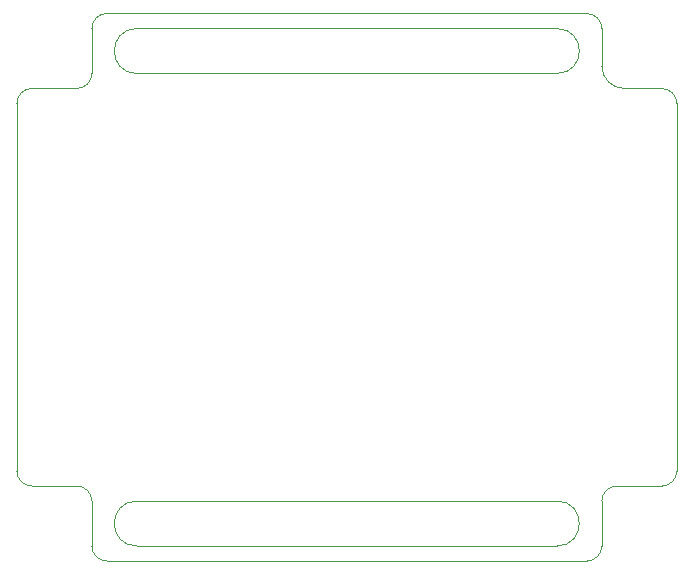
<source format=gm1>
%TF.GenerationSoftware,KiCad,Pcbnew,(5.1.10)-1*%
%TF.CreationDate,2021-12-11T22:37:13+01:00*%
%TF.ProjectId,tracker,74726163-6b65-4722-9e6b-696361645f70,rev?*%
%TF.SameCoordinates,Original*%
%TF.FileFunction,Profile,NP*%
%FSLAX46Y46*%
G04 Gerber Fmt 4.6, Leading zero omitted, Abs format (unit mm)*
G04 Created by KiCad (PCBNEW (5.1.10)-1) date 2021-12-11 22:37:13*
%MOMM*%
%LPD*%
G01*
G04 APERTURE LIST*
%TA.AperFunction,Profile*%
%ADD10C,0.050000*%
%TD*%
G04 APERTURE END LIST*
D10*
X143510000Y-107315000D02*
X179070000Y-107315000D01*
X143510000Y-103505000D02*
X179070000Y-103505000D01*
X179070000Y-103505000D02*
G75*
G02*
X179070000Y-107315000I0J-1905000D01*
G01*
X143510000Y-107315000D02*
G75*
G02*
X143510000Y-103505000I0J1905000D01*
G01*
X143510000Y-67310000D02*
X179070000Y-67310000D01*
X143510000Y-63500000D02*
X179070000Y-63500000D01*
X143510000Y-67310000D02*
G75*
G02*
X143510000Y-63500000I0J1905000D01*
G01*
X179070000Y-63500000D02*
G75*
G02*
X179070000Y-67310000I0J-1905000D01*
G01*
X184785000Y-68580000D02*
X187960000Y-68580000D01*
X182880000Y-63500000D02*
X182880000Y-66675000D01*
X140970000Y-62230000D02*
X181610000Y-62230000D01*
X139700000Y-67310000D02*
X139700000Y-63500000D01*
X134620000Y-68580000D02*
X138430000Y-68580000D01*
X133350000Y-100965000D02*
X133350000Y-69850000D01*
X138430000Y-102235000D02*
X134620000Y-102235000D01*
X139700000Y-107315000D02*
X139700000Y-103505000D01*
X181610000Y-108585000D02*
X140970000Y-108585000D01*
X182880000Y-107315000D02*
X182880000Y-103505000D01*
X187960000Y-102235000D02*
X184150000Y-102235000D01*
X189230000Y-69850000D02*
X189230000Y-100965000D01*
X189230000Y-100965000D02*
G75*
G02*
X187960000Y-102235000I-1270000J0D01*
G01*
X182880000Y-103505000D02*
G75*
G02*
X184150000Y-102235000I1270000J0D01*
G01*
X182880000Y-107315000D02*
G75*
G02*
X181610000Y-108585000I-1270000J0D01*
G01*
X140970000Y-108585000D02*
G75*
G02*
X139700000Y-107315000I0J1270000D01*
G01*
X138430000Y-102235000D02*
G75*
G02*
X139700000Y-103505000I0J-1270000D01*
G01*
X134620000Y-102235000D02*
G75*
G02*
X133350000Y-100965000I0J1270000D01*
G01*
X133350000Y-69850000D02*
G75*
G02*
X134620000Y-68580000I1270000J0D01*
G01*
X139700000Y-67310000D02*
G75*
G02*
X138430000Y-68580000I-1270000J0D01*
G01*
X139700000Y-63500000D02*
G75*
G02*
X140970000Y-62230000I1270000J0D01*
G01*
X181610000Y-62230000D02*
G75*
G02*
X182880000Y-63500000I0J-1270000D01*
G01*
X187960000Y-68580000D02*
G75*
G02*
X189230000Y-69850000I0J-1270000D01*
G01*
X184785000Y-68580000D02*
G75*
G02*
X182880000Y-66675000I0J1905000D01*
G01*
M02*

</source>
